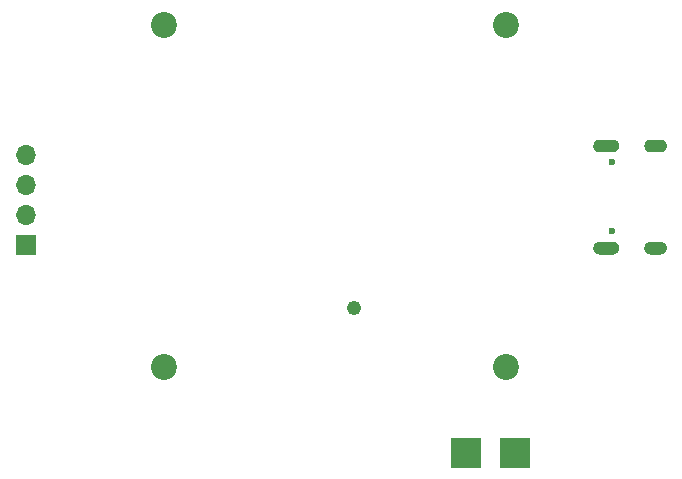
<source format=gbr>
%TF.GenerationSoftware,KiCad,Pcbnew,8.0.4*%
%TF.CreationDate,2024-11-13T00:18:53-06:00*%
%TF.ProjectId,ARES_FC,41524553-5f46-4432-9e6b-696361645f70,rev?*%
%TF.SameCoordinates,Original*%
%TF.FileFunction,Soldermask,Bot*%
%TF.FilePolarity,Negative*%
%FSLAX46Y46*%
G04 Gerber Fmt 4.6, Leading zero omitted, Abs format (unit mm)*
G04 Created by KiCad (PCBNEW 8.0.4) date 2024-11-13 00:18:53*
%MOMM*%
%LPD*%
G01*
G04 APERTURE LIST*
%ADD10C,0.010000*%
%ADD11R,2.500000X2.500000*%
%ADD12C,2.200000*%
%ADD13C,0.600000*%
%ADD14C,1.210000*%
%ADD15R,1.700000X1.700000*%
%ADD16O,1.700000X1.700000*%
G04 APERTURE END LIST*
D10*
%TO.C,J2*%
X173468500Y-94726000D02*
X173494500Y-94728000D01*
X173520500Y-94731000D01*
X173546500Y-94736000D01*
X173571500Y-94742000D01*
X173597500Y-94749000D01*
X173621500Y-94758000D01*
X173645500Y-94768000D01*
X173669500Y-94779000D01*
X173692500Y-94792000D01*
X173714500Y-94806000D01*
X173736500Y-94820000D01*
X173757500Y-94836000D01*
X173777500Y-94853000D01*
X173796500Y-94871000D01*
X173814500Y-94890000D01*
X173831500Y-94910000D01*
X173847500Y-94931000D01*
X173861500Y-94953000D01*
X173875500Y-94975000D01*
X173888500Y-94998000D01*
X173899500Y-95022000D01*
X173909500Y-95046000D01*
X173918500Y-95070000D01*
X173925500Y-95096000D01*
X173931500Y-95121000D01*
X173936500Y-95147000D01*
X173939500Y-95173000D01*
X173941500Y-95199000D01*
X173942500Y-95225000D01*
X173941500Y-95255000D01*
X173938500Y-95282000D01*
X173934500Y-95308000D01*
X173929500Y-95334000D01*
X173922500Y-95359000D01*
X173915500Y-95384000D01*
X173905500Y-95409000D01*
X173895500Y-95433000D01*
X173883500Y-95457000D01*
X173870500Y-95480000D01*
X173856500Y-95502000D01*
X173840500Y-95524000D01*
X173824500Y-95545000D01*
X173806500Y-95564000D01*
X173788500Y-95583000D01*
X173768500Y-95601000D01*
X173748500Y-95618000D01*
X173727500Y-95634000D01*
X173705500Y-95648000D01*
X173682500Y-95662000D01*
X173658500Y-95674000D01*
X173634500Y-95685000D01*
X173610500Y-95695000D01*
X173585500Y-95703000D01*
X173559500Y-95710000D01*
X173533500Y-95716000D01*
X173507500Y-95720000D01*
X173481500Y-95723000D01*
X173455500Y-95725000D01*
X173432500Y-95725000D01*
X172332500Y-95725000D01*
X172302500Y-95724000D01*
X172277500Y-95721000D01*
X172251500Y-95718000D01*
X172226500Y-95712000D01*
X172201500Y-95706000D01*
X172176500Y-95698000D01*
X172152500Y-95689000D01*
X172128500Y-95679000D01*
X172105500Y-95667000D01*
X172082500Y-95654000D01*
X172060500Y-95640000D01*
X172039500Y-95625000D01*
X172019500Y-95609000D01*
X171999500Y-95592000D01*
X171981500Y-95574000D01*
X171963500Y-95555000D01*
X171947500Y-95535000D01*
X171931500Y-95514000D01*
X171917500Y-95492000D01*
X171904500Y-95470000D01*
X171892500Y-95447000D01*
X171881500Y-95423000D01*
X171872500Y-95399000D01*
X171864500Y-95375000D01*
X171857500Y-95350000D01*
X171851500Y-95324000D01*
X171847500Y-95299000D01*
X171844500Y-95273000D01*
X171842500Y-95247000D01*
X171842500Y-95225000D01*
X171843500Y-95199000D01*
X171845500Y-95173000D01*
X171848500Y-95147000D01*
X171853500Y-95121000D01*
X171859500Y-95096000D01*
X171866500Y-95070000D01*
X171875500Y-95046000D01*
X171885500Y-95022000D01*
X171896500Y-94998000D01*
X171909500Y-94975000D01*
X171923500Y-94953000D01*
X171937500Y-94931000D01*
X171953500Y-94910000D01*
X171970500Y-94890000D01*
X171988500Y-94871000D01*
X172007500Y-94853000D01*
X172027500Y-94836000D01*
X172048500Y-94820000D01*
X172070500Y-94806000D01*
X172092500Y-94792000D01*
X172115500Y-94779000D01*
X172139500Y-94768000D01*
X172163500Y-94758000D01*
X172187500Y-94749000D01*
X172213500Y-94742000D01*
X172238500Y-94736000D01*
X172264500Y-94731000D01*
X172290500Y-94728000D01*
X172316500Y-94726000D01*
X172342500Y-94725000D01*
X173442500Y-94725000D01*
X173468500Y-94726000D01*
G36*
X173468500Y-94726000D02*
G01*
X173494500Y-94728000D01*
X173520500Y-94731000D01*
X173546500Y-94736000D01*
X173571500Y-94742000D01*
X173597500Y-94749000D01*
X173621500Y-94758000D01*
X173645500Y-94768000D01*
X173669500Y-94779000D01*
X173692500Y-94792000D01*
X173714500Y-94806000D01*
X173736500Y-94820000D01*
X173757500Y-94836000D01*
X173777500Y-94853000D01*
X173796500Y-94871000D01*
X173814500Y-94890000D01*
X173831500Y-94910000D01*
X173847500Y-94931000D01*
X173861500Y-94953000D01*
X173875500Y-94975000D01*
X173888500Y-94998000D01*
X173899500Y-95022000D01*
X173909500Y-95046000D01*
X173918500Y-95070000D01*
X173925500Y-95096000D01*
X173931500Y-95121000D01*
X173936500Y-95147000D01*
X173939500Y-95173000D01*
X173941500Y-95199000D01*
X173942500Y-95225000D01*
X173941500Y-95255000D01*
X173938500Y-95282000D01*
X173934500Y-95308000D01*
X173929500Y-95334000D01*
X173922500Y-95359000D01*
X173915500Y-95384000D01*
X173905500Y-95409000D01*
X173895500Y-95433000D01*
X173883500Y-95457000D01*
X173870500Y-95480000D01*
X173856500Y-95502000D01*
X173840500Y-95524000D01*
X173824500Y-95545000D01*
X173806500Y-95564000D01*
X173788500Y-95583000D01*
X173768500Y-95601000D01*
X173748500Y-95618000D01*
X173727500Y-95634000D01*
X173705500Y-95648000D01*
X173682500Y-95662000D01*
X173658500Y-95674000D01*
X173634500Y-95685000D01*
X173610500Y-95695000D01*
X173585500Y-95703000D01*
X173559500Y-95710000D01*
X173533500Y-95716000D01*
X173507500Y-95720000D01*
X173481500Y-95723000D01*
X173455500Y-95725000D01*
X173432500Y-95725000D01*
X172332500Y-95725000D01*
X172302500Y-95724000D01*
X172277500Y-95721000D01*
X172251500Y-95718000D01*
X172226500Y-95712000D01*
X172201500Y-95706000D01*
X172176500Y-95698000D01*
X172152500Y-95689000D01*
X172128500Y-95679000D01*
X172105500Y-95667000D01*
X172082500Y-95654000D01*
X172060500Y-95640000D01*
X172039500Y-95625000D01*
X172019500Y-95609000D01*
X171999500Y-95592000D01*
X171981500Y-95574000D01*
X171963500Y-95555000D01*
X171947500Y-95535000D01*
X171931500Y-95514000D01*
X171917500Y-95492000D01*
X171904500Y-95470000D01*
X171892500Y-95447000D01*
X171881500Y-95423000D01*
X171872500Y-95399000D01*
X171864500Y-95375000D01*
X171857500Y-95350000D01*
X171851500Y-95324000D01*
X171847500Y-95299000D01*
X171844500Y-95273000D01*
X171842500Y-95247000D01*
X171842500Y-95225000D01*
X171843500Y-95199000D01*
X171845500Y-95173000D01*
X171848500Y-95147000D01*
X171853500Y-95121000D01*
X171859500Y-95096000D01*
X171866500Y-95070000D01*
X171875500Y-95046000D01*
X171885500Y-95022000D01*
X171896500Y-94998000D01*
X171909500Y-94975000D01*
X171923500Y-94953000D01*
X171937500Y-94931000D01*
X171953500Y-94910000D01*
X171970500Y-94890000D01*
X171988500Y-94871000D01*
X172007500Y-94853000D01*
X172027500Y-94836000D01*
X172048500Y-94820000D01*
X172070500Y-94806000D01*
X172092500Y-94792000D01*
X172115500Y-94779000D01*
X172139500Y-94768000D01*
X172163500Y-94758000D01*
X172187500Y-94749000D01*
X172213500Y-94742000D01*
X172238500Y-94736000D01*
X172264500Y-94731000D01*
X172290500Y-94728000D01*
X172316500Y-94726000D01*
X172342500Y-94725000D01*
X173442500Y-94725000D01*
X173468500Y-94726000D01*
G37*
X173468500Y-103376000D02*
X173494500Y-103378000D01*
X173520500Y-103381000D01*
X173546500Y-103386000D01*
X173571500Y-103392000D01*
X173597500Y-103399000D01*
X173621500Y-103408000D01*
X173645500Y-103418000D01*
X173669500Y-103429000D01*
X173692500Y-103442000D01*
X173714500Y-103456000D01*
X173736500Y-103470000D01*
X173757500Y-103486000D01*
X173777500Y-103503000D01*
X173796500Y-103521000D01*
X173814500Y-103540000D01*
X173831500Y-103560000D01*
X173847500Y-103581000D01*
X173861500Y-103603000D01*
X173875500Y-103625000D01*
X173888500Y-103648000D01*
X173899500Y-103672000D01*
X173909500Y-103696000D01*
X173918500Y-103720000D01*
X173925500Y-103746000D01*
X173931500Y-103771000D01*
X173936500Y-103797000D01*
X173939500Y-103823000D01*
X173941500Y-103849000D01*
X173942500Y-103875000D01*
X173941500Y-103901000D01*
X173939500Y-103927000D01*
X173936500Y-103953000D01*
X173931500Y-103979000D01*
X173925500Y-104004000D01*
X173918500Y-104030000D01*
X173909500Y-104054000D01*
X173899500Y-104078000D01*
X173888500Y-104102000D01*
X173875500Y-104125000D01*
X173861500Y-104147000D01*
X173847500Y-104169000D01*
X173831500Y-104190000D01*
X173814500Y-104210000D01*
X173796500Y-104229000D01*
X173777500Y-104247000D01*
X173757500Y-104264000D01*
X173736500Y-104280000D01*
X173714500Y-104294000D01*
X173692500Y-104308000D01*
X173669500Y-104321000D01*
X173645500Y-104332000D01*
X173621500Y-104342000D01*
X173597500Y-104351000D01*
X173571500Y-104358000D01*
X173546500Y-104364000D01*
X173520500Y-104369000D01*
X173494500Y-104372000D01*
X173468500Y-104374000D01*
X173442500Y-104375000D01*
X172342500Y-104375000D01*
X172316500Y-104374000D01*
X172290500Y-104372000D01*
X172264500Y-104369000D01*
X172238500Y-104364000D01*
X172213500Y-104358000D01*
X172187500Y-104351000D01*
X172163500Y-104342000D01*
X172139500Y-104332000D01*
X172115500Y-104321000D01*
X172092500Y-104308000D01*
X172070500Y-104294000D01*
X172048500Y-104280000D01*
X172027500Y-104264000D01*
X172007500Y-104247000D01*
X171988500Y-104229000D01*
X171970500Y-104210000D01*
X171953500Y-104190000D01*
X171937500Y-104169000D01*
X171923500Y-104147000D01*
X171909500Y-104125000D01*
X171896500Y-104102000D01*
X171885500Y-104078000D01*
X171875500Y-104054000D01*
X171866500Y-104030000D01*
X171859500Y-104004000D01*
X171853500Y-103979000D01*
X171848500Y-103953000D01*
X171845500Y-103927000D01*
X171843500Y-103901000D01*
X171842500Y-103875000D01*
X171843500Y-103849000D01*
X171845500Y-103823000D01*
X171848500Y-103797000D01*
X171853500Y-103771000D01*
X171859500Y-103746000D01*
X171866500Y-103720000D01*
X171875500Y-103696000D01*
X171885500Y-103672000D01*
X171896500Y-103648000D01*
X171909500Y-103625000D01*
X171923500Y-103603000D01*
X171937500Y-103581000D01*
X171953500Y-103560000D01*
X171970500Y-103540000D01*
X171988500Y-103521000D01*
X172007500Y-103503000D01*
X172027500Y-103486000D01*
X172048500Y-103470000D01*
X172070500Y-103456000D01*
X172092500Y-103442000D01*
X172115500Y-103429000D01*
X172139500Y-103418000D01*
X172163500Y-103408000D01*
X172187500Y-103399000D01*
X172213500Y-103392000D01*
X172238500Y-103386000D01*
X172264500Y-103381000D01*
X172290500Y-103378000D01*
X172316500Y-103376000D01*
X172342500Y-103375000D01*
X173442500Y-103375000D01*
X173468500Y-103376000D01*
G36*
X173468500Y-103376000D02*
G01*
X173494500Y-103378000D01*
X173520500Y-103381000D01*
X173546500Y-103386000D01*
X173571500Y-103392000D01*
X173597500Y-103399000D01*
X173621500Y-103408000D01*
X173645500Y-103418000D01*
X173669500Y-103429000D01*
X173692500Y-103442000D01*
X173714500Y-103456000D01*
X173736500Y-103470000D01*
X173757500Y-103486000D01*
X173777500Y-103503000D01*
X173796500Y-103521000D01*
X173814500Y-103540000D01*
X173831500Y-103560000D01*
X173847500Y-103581000D01*
X173861500Y-103603000D01*
X173875500Y-103625000D01*
X173888500Y-103648000D01*
X173899500Y-103672000D01*
X173909500Y-103696000D01*
X173918500Y-103720000D01*
X173925500Y-103746000D01*
X173931500Y-103771000D01*
X173936500Y-103797000D01*
X173939500Y-103823000D01*
X173941500Y-103849000D01*
X173942500Y-103875000D01*
X173941500Y-103901000D01*
X173939500Y-103927000D01*
X173936500Y-103953000D01*
X173931500Y-103979000D01*
X173925500Y-104004000D01*
X173918500Y-104030000D01*
X173909500Y-104054000D01*
X173899500Y-104078000D01*
X173888500Y-104102000D01*
X173875500Y-104125000D01*
X173861500Y-104147000D01*
X173847500Y-104169000D01*
X173831500Y-104190000D01*
X173814500Y-104210000D01*
X173796500Y-104229000D01*
X173777500Y-104247000D01*
X173757500Y-104264000D01*
X173736500Y-104280000D01*
X173714500Y-104294000D01*
X173692500Y-104308000D01*
X173669500Y-104321000D01*
X173645500Y-104332000D01*
X173621500Y-104342000D01*
X173597500Y-104351000D01*
X173571500Y-104358000D01*
X173546500Y-104364000D01*
X173520500Y-104369000D01*
X173494500Y-104372000D01*
X173468500Y-104374000D01*
X173442500Y-104375000D01*
X172342500Y-104375000D01*
X172316500Y-104374000D01*
X172290500Y-104372000D01*
X172264500Y-104369000D01*
X172238500Y-104364000D01*
X172213500Y-104358000D01*
X172187500Y-104351000D01*
X172163500Y-104342000D01*
X172139500Y-104332000D01*
X172115500Y-104321000D01*
X172092500Y-104308000D01*
X172070500Y-104294000D01*
X172048500Y-104280000D01*
X172027500Y-104264000D01*
X172007500Y-104247000D01*
X171988500Y-104229000D01*
X171970500Y-104210000D01*
X171953500Y-104190000D01*
X171937500Y-104169000D01*
X171923500Y-104147000D01*
X171909500Y-104125000D01*
X171896500Y-104102000D01*
X171885500Y-104078000D01*
X171875500Y-104054000D01*
X171866500Y-104030000D01*
X171859500Y-104004000D01*
X171853500Y-103979000D01*
X171848500Y-103953000D01*
X171845500Y-103927000D01*
X171843500Y-103901000D01*
X171842500Y-103875000D01*
X171843500Y-103849000D01*
X171845500Y-103823000D01*
X171848500Y-103797000D01*
X171853500Y-103771000D01*
X171859500Y-103746000D01*
X171866500Y-103720000D01*
X171875500Y-103696000D01*
X171885500Y-103672000D01*
X171896500Y-103648000D01*
X171909500Y-103625000D01*
X171923500Y-103603000D01*
X171937500Y-103581000D01*
X171953500Y-103560000D01*
X171970500Y-103540000D01*
X171988500Y-103521000D01*
X172007500Y-103503000D01*
X172027500Y-103486000D01*
X172048500Y-103470000D01*
X172070500Y-103456000D01*
X172092500Y-103442000D01*
X172115500Y-103429000D01*
X172139500Y-103418000D01*
X172163500Y-103408000D01*
X172187500Y-103399000D01*
X172213500Y-103392000D01*
X172238500Y-103386000D01*
X172264500Y-103381000D01*
X172290500Y-103378000D01*
X172316500Y-103376000D01*
X172342500Y-103375000D01*
X173442500Y-103375000D01*
X173468500Y-103376000D01*
G37*
X177488500Y-94726000D02*
X177514500Y-94728000D01*
X177540500Y-94731000D01*
X177566500Y-94736000D01*
X177591500Y-94742000D01*
X177617500Y-94749000D01*
X177641500Y-94758000D01*
X177665500Y-94768000D01*
X177689500Y-94779000D01*
X177712500Y-94792000D01*
X177734500Y-94806000D01*
X177756500Y-94820000D01*
X177777500Y-94836000D01*
X177797500Y-94853000D01*
X177816500Y-94871000D01*
X177834500Y-94890000D01*
X177851500Y-94910000D01*
X177867500Y-94931000D01*
X177881500Y-94953000D01*
X177895500Y-94975000D01*
X177908500Y-94998000D01*
X177919500Y-95022000D01*
X177929500Y-95046000D01*
X177938500Y-95070000D01*
X177945500Y-95096000D01*
X177951500Y-95121000D01*
X177956500Y-95147000D01*
X177959500Y-95173000D01*
X177961500Y-95199000D01*
X177962500Y-95225000D01*
X177961500Y-95251000D01*
X177959500Y-95277000D01*
X177956500Y-95303000D01*
X177951500Y-95329000D01*
X177945500Y-95354000D01*
X177938500Y-95380000D01*
X177929500Y-95404000D01*
X177919500Y-95428000D01*
X177908500Y-95452000D01*
X177895500Y-95475000D01*
X177881500Y-95497000D01*
X177867500Y-95519000D01*
X177851500Y-95540000D01*
X177834500Y-95560000D01*
X177816500Y-95579000D01*
X177797500Y-95597000D01*
X177777500Y-95614000D01*
X177756500Y-95630000D01*
X177734500Y-95644000D01*
X177712500Y-95658000D01*
X177689500Y-95671000D01*
X177665500Y-95682000D01*
X177641500Y-95692000D01*
X177617500Y-95701000D01*
X177591500Y-95708000D01*
X177566500Y-95714000D01*
X177540500Y-95719000D01*
X177514500Y-95722000D01*
X177488500Y-95724000D01*
X177462500Y-95725000D01*
X176662500Y-95725000D01*
X176636500Y-95724000D01*
X176610500Y-95722000D01*
X176584500Y-95719000D01*
X176558500Y-95714000D01*
X176533500Y-95708000D01*
X176507500Y-95701000D01*
X176483500Y-95692000D01*
X176459500Y-95682000D01*
X176435500Y-95671000D01*
X176412500Y-95658000D01*
X176390500Y-95644000D01*
X176368500Y-95630000D01*
X176347500Y-95614000D01*
X176327500Y-95597000D01*
X176308500Y-95579000D01*
X176290500Y-95560000D01*
X176273500Y-95540000D01*
X176257500Y-95519000D01*
X176243500Y-95497000D01*
X176229500Y-95475000D01*
X176216500Y-95452000D01*
X176205500Y-95428000D01*
X176195500Y-95404000D01*
X176186500Y-95380000D01*
X176179500Y-95354000D01*
X176173500Y-95329000D01*
X176168500Y-95303000D01*
X176165500Y-95277000D01*
X176163500Y-95251000D01*
X176162500Y-95225000D01*
X176163500Y-95199000D01*
X176165500Y-95173000D01*
X176168500Y-95147000D01*
X176173500Y-95121000D01*
X176179500Y-95096000D01*
X176186500Y-95070000D01*
X176195500Y-95046000D01*
X176205500Y-95022000D01*
X176216500Y-94998000D01*
X176229500Y-94975000D01*
X176243500Y-94953000D01*
X176257500Y-94931000D01*
X176273500Y-94910000D01*
X176290500Y-94890000D01*
X176308500Y-94871000D01*
X176327500Y-94853000D01*
X176347500Y-94836000D01*
X176368500Y-94820000D01*
X176390500Y-94806000D01*
X176412500Y-94792000D01*
X176435500Y-94779000D01*
X176459500Y-94768000D01*
X176483500Y-94758000D01*
X176507500Y-94749000D01*
X176533500Y-94742000D01*
X176558500Y-94736000D01*
X176584500Y-94731000D01*
X176610500Y-94728000D01*
X176636500Y-94726000D01*
X176662500Y-94725000D01*
X177462500Y-94725000D01*
X177488500Y-94726000D01*
G36*
X177488500Y-94726000D02*
G01*
X177514500Y-94728000D01*
X177540500Y-94731000D01*
X177566500Y-94736000D01*
X177591500Y-94742000D01*
X177617500Y-94749000D01*
X177641500Y-94758000D01*
X177665500Y-94768000D01*
X177689500Y-94779000D01*
X177712500Y-94792000D01*
X177734500Y-94806000D01*
X177756500Y-94820000D01*
X177777500Y-94836000D01*
X177797500Y-94853000D01*
X177816500Y-94871000D01*
X177834500Y-94890000D01*
X177851500Y-94910000D01*
X177867500Y-94931000D01*
X177881500Y-94953000D01*
X177895500Y-94975000D01*
X177908500Y-94998000D01*
X177919500Y-95022000D01*
X177929500Y-95046000D01*
X177938500Y-95070000D01*
X177945500Y-95096000D01*
X177951500Y-95121000D01*
X177956500Y-95147000D01*
X177959500Y-95173000D01*
X177961500Y-95199000D01*
X177962500Y-95225000D01*
X177961500Y-95251000D01*
X177959500Y-95277000D01*
X177956500Y-95303000D01*
X177951500Y-95329000D01*
X177945500Y-95354000D01*
X177938500Y-95380000D01*
X177929500Y-95404000D01*
X177919500Y-95428000D01*
X177908500Y-95452000D01*
X177895500Y-95475000D01*
X177881500Y-95497000D01*
X177867500Y-95519000D01*
X177851500Y-95540000D01*
X177834500Y-95560000D01*
X177816500Y-95579000D01*
X177797500Y-95597000D01*
X177777500Y-95614000D01*
X177756500Y-95630000D01*
X177734500Y-95644000D01*
X177712500Y-95658000D01*
X177689500Y-95671000D01*
X177665500Y-95682000D01*
X177641500Y-95692000D01*
X177617500Y-95701000D01*
X177591500Y-95708000D01*
X177566500Y-95714000D01*
X177540500Y-95719000D01*
X177514500Y-95722000D01*
X177488500Y-95724000D01*
X177462500Y-95725000D01*
X176662500Y-95725000D01*
X176636500Y-95724000D01*
X176610500Y-95722000D01*
X176584500Y-95719000D01*
X176558500Y-95714000D01*
X176533500Y-95708000D01*
X176507500Y-95701000D01*
X176483500Y-95692000D01*
X176459500Y-95682000D01*
X176435500Y-95671000D01*
X176412500Y-95658000D01*
X176390500Y-95644000D01*
X176368500Y-95630000D01*
X176347500Y-95614000D01*
X176327500Y-95597000D01*
X176308500Y-95579000D01*
X176290500Y-95560000D01*
X176273500Y-95540000D01*
X176257500Y-95519000D01*
X176243500Y-95497000D01*
X176229500Y-95475000D01*
X176216500Y-95452000D01*
X176205500Y-95428000D01*
X176195500Y-95404000D01*
X176186500Y-95380000D01*
X176179500Y-95354000D01*
X176173500Y-95329000D01*
X176168500Y-95303000D01*
X176165500Y-95277000D01*
X176163500Y-95251000D01*
X176162500Y-95225000D01*
X176163500Y-95199000D01*
X176165500Y-95173000D01*
X176168500Y-95147000D01*
X176173500Y-95121000D01*
X176179500Y-95096000D01*
X176186500Y-95070000D01*
X176195500Y-95046000D01*
X176205500Y-95022000D01*
X176216500Y-94998000D01*
X176229500Y-94975000D01*
X176243500Y-94953000D01*
X176257500Y-94931000D01*
X176273500Y-94910000D01*
X176290500Y-94890000D01*
X176308500Y-94871000D01*
X176327500Y-94853000D01*
X176347500Y-94836000D01*
X176368500Y-94820000D01*
X176390500Y-94806000D01*
X176412500Y-94792000D01*
X176435500Y-94779000D01*
X176459500Y-94768000D01*
X176483500Y-94758000D01*
X176507500Y-94749000D01*
X176533500Y-94742000D01*
X176558500Y-94736000D01*
X176584500Y-94731000D01*
X176610500Y-94728000D01*
X176636500Y-94726000D01*
X176662500Y-94725000D01*
X177462500Y-94725000D01*
X177488500Y-94726000D01*
G37*
X177488500Y-103376000D02*
X177514500Y-103378000D01*
X177540500Y-103381000D01*
X177566500Y-103386000D01*
X177591500Y-103392000D01*
X177617500Y-103399000D01*
X177641500Y-103408000D01*
X177665500Y-103418000D01*
X177689500Y-103429000D01*
X177712500Y-103442000D01*
X177734500Y-103456000D01*
X177756500Y-103470000D01*
X177777500Y-103486000D01*
X177797500Y-103503000D01*
X177816500Y-103521000D01*
X177834500Y-103540000D01*
X177851500Y-103560000D01*
X177867500Y-103581000D01*
X177881500Y-103603000D01*
X177895500Y-103625000D01*
X177908500Y-103648000D01*
X177919500Y-103672000D01*
X177929500Y-103696000D01*
X177938500Y-103720000D01*
X177945500Y-103746000D01*
X177951500Y-103771000D01*
X177956500Y-103797000D01*
X177959500Y-103823000D01*
X177961500Y-103849000D01*
X177962500Y-103875000D01*
X177961500Y-103901000D01*
X177959500Y-103927000D01*
X177956500Y-103953000D01*
X177951500Y-103979000D01*
X177945500Y-104004000D01*
X177938500Y-104030000D01*
X177929500Y-104054000D01*
X177919500Y-104078000D01*
X177908500Y-104102000D01*
X177895500Y-104125000D01*
X177881500Y-104147000D01*
X177867500Y-104169000D01*
X177851500Y-104190000D01*
X177834500Y-104210000D01*
X177816500Y-104229000D01*
X177797500Y-104247000D01*
X177777500Y-104264000D01*
X177756500Y-104280000D01*
X177734500Y-104294000D01*
X177712500Y-104308000D01*
X177689500Y-104321000D01*
X177665500Y-104332000D01*
X177641500Y-104342000D01*
X177617500Y-104351000D01*
X177591500Y-104358000D01*
X177566500Y-104364000D01*
X177540500Y-104369000D01*
X177514500Y-104372000D01*
X177488500Y-104374000D01*
X177462500Y-104375000D01*
X176662500Y-104375000D01*
X176636500Y-104374000D01*
X176610500Y-104372000D01*
X176584500Y-104369000D01*
X176558500Y-104364000D01*
X176533500Y-104358000D01*
X176507500Y-104351000D01*
X176483500Y-104342000D01*
X176459500Y-104332000D01*
X176435500Y-104321000D01*
X176412500Y-104308000D01*
X176390500Y-104294000D01*
X176368500Y-104280000D01*
X176347500Y-104264000D01*
X176327500Y-104247000D01*
X176308500Y-104229000D01*
X176290500Y-104210000D01*
X176273500Y-104190000D01*
X176257500Y-104169000D01*
X176243500Y-104147000D01*
X176229500Y-104125000D01*
X176216500Y-104102000D01*
X176205500Y-104078000D01*
X176195500Y-104054000D01*
X176186500Y-104030000D01*
X176179500Y-104004000D01*
X176173500Y-103979000D01*
X176168500Y-103953000D01*
X176165500Y-103927000D01*
X176163500Y-103901000D01*
X176162500Y-103875000D01*
X176163500Y-103849000D01*
X176165500Y-103823000D01*
X176168500Y-103797000D01*
X176173500Y-103771000D01*
X176179500Y-103746000D01*
X176186500Y-103720000D01*
X176195500Y-103696000D01*
X176205500Y-103672000D01*
X176216500Y-103648000D01*
X176229500Y-103625000D01*
X176243500Y-103603000D01*
X176257500Y-103581000D01*
X176273500Y-103560000D01*
X176290500Y-103540000D01*
X176308500Y-103521000D01*
X176327500Y-103503000D01*
X176347500Y-103486000D01*
X176368500Y-103470000D01*
X176390500Y-103456000D01*
X176412500Y-103442000D01*
X176435500Y-103429000D01*
X176459500Y-103418000D01*
X176483500Y-103408000D01*
X176507500Y-103399000D01*
X176533500Y-103392000D01*
X176558500Y-103386000D01*
X176584500Y-103381000D01*
X176610500Y-103378000D01*
X176636500Y-103376000D01*
X176662500Y-103375000D01*
X177462500Y-103375000D01*
X177488500Y-103376000D01*
G36*
X177488500Y-103376000D02*
G01*
X177514500Y-103378000D01*
X177540500Y-103381000D01*
X177566500Y-103386000D01*
X177591500Y-103392000D01*
X177617500Y-103399000D01*
X177641500Y-103408000D01*
X177665500Y-103418000D01*
X177689500Y-103429000D01*
X177712500Y-103442000D01*
X177734500Y-103456000D01*
X177756500Y-103470000D01*
X177777500Y-103486000D01*
X177797500Y-103503000D01*
X177816500Y-103521000D01*
X177834500Y-103540000D01*
X177851500Y-103560000D01*
X177867500Y-103581000D01*
X177881500Y-103603000D01*
X177895500Y-103625000D01*
X177908500Y-103648000D01*
X177919500Y-103672000D01*
X177929500Y-103696000D01*
X177938500Y-103720000D01*
X177945500Y-103746000D01*
X177951500Y-103771000D01*
X177956500Y-103797000D01*
X177959500Y-103823000D01*
X177961500Y-103849000D01*
X177962500Y-103875000D01*
X177961500Y-103901000D01*
X177959500Y-103927000D01*
X177956500Y-103953000D01*
X177951500Y-103979000D01*
X177945500Y-104004000D01*
X177938500Y-104030000D01*
X177929500Y-104054000D01*
X177919500Y-104078000D01*
X177908500Y-104102000D01*
X177895500Y-104125000D01*
X177881500Y-104147000D01*
X177867500Y-104169000D01*
X177851500Y-104190000D01*
X177834500Y-104210000D01*
X177816500Y-104229000D01*
X177797500Y-104247000D01*
X177777500Y-104264000D01*
X177756500Y-104280000D01*
X177734500Y-104294000D01*
X177712500Y-104308000D01*
X177689500Y-104321000D01*
X177665500Y-104332000D01*
X177641500Y-104342000D01*
X177617500Y-104351000D01*
X177591500Y-104358000D01*
X177566500Y-104364000D01*
X177540500Y-104369000D01*
X177514500Y-104372000D01*
X177488500Y-104374000D01*
X177462500Y-104375000D01*
X176662500Y-104375000D01*
X176636500Y-104374000D01*
X176610500Y-104372000D01*
X176584500Y-104369000D01*
X176558500Y-104364000D01*
X176533500Y-104358000D01*
X176507500Y-104351000D01*
X176483500Y-104342000D01*
X176459500Y-104332000D01*
X176435500Y-104321000D01*
X176412500Y-104308000D01*
X176390500Y-104294000D01*
X176368500Y-104280000D01*
X176347500Y-104264000D01*
X176327500Y-104247000D01*
X176308500Y-104229000D01*
X176290500Y-104210000D01*
X176273500Y-104190000D01*
X176257500Y-104169000D01*
X176243500Y-104147000D01*
X176229500Y-104125000D01*
X176216500Y-104102000D01*
X176205500Y-104078000D01*
X176195500Y-104054000D01*
X176186500Y-104030000D01*
X176179500Y-104004000D01*
X176173500Y-103979000D01*
X176168500Y-103953000D01*
X176165500Y-103927000D01*
X176163500Y-103901000D01*
X176162500Y-103875000D01*
X176163500Y-103849000D01*
X176165500Y-103823000D01*
X176168500Y-103797000D01*
X176173500Y-103771000D01*
X176179500Y-103746000D01*
X176186500Y-103720000D01*
X176195500Y-103696000D01*
X176205500Y-103672000D01*
X176216500Y-103648000D01*
X176229500Y-103625000D01*
X176243500Y-103603000D01*
X176257500Y-103581000D01*
X176273500Y-103560000D01*
X176290500Y-103540000D01*
X176308500Y-103521000D01*
X176327500Y-103503000D01*
X176347500Y-103486000D01*
X176368500Y-103470000D01*
X176390500Y-103456000D01*
X176412500Y-103442000D01*
X176435500Y-103429000D01*
X176459500Y-103418000D01*
X176483500Y-103408000D01*
X176507500Y-103399000D01*
X176533500Y-103392000D01*
X176558500Y-103386000D01*
X176584500Y-103381000D01*
X176610500Y-103378000D01*
X176636500Y-103376000D01*
X176662500Y-103375000D01*
X177462500Y-103375000D01*
X177488500Y-103376000D01*
G37*
%TD*%
D11*
%TO.C,J5*%
X165214000Y-121250000D03*
%TD*%
D12*
%TO.C,H1*%
X135477740Y-84998800D03*
%TD*%
D11*
%TO.C,J4*%
X161058000Y-121250000D03*
%TD*%
D13*
%TO.C,J2*%
X173382500Y-102440000D03*
X173382500Y-96660000D03*
%TD*%
D12*
%TO.C,H3*%
X135477740Y-113998800D03*
%TD*%
D14*
%TO.C,U6*%
X151550000Y-108950000D03*
%TD*%
D12*
%TO.C,H4*%
X164477740Y-113998800D03*
%TD*%
%TO.C,H2*%
X164427740Y-85048800D03*
%TD*%
D15*
%TO.C,J1*%
X123827740Y-103688800D03*
D16*
X123827740Y-101148800D03*
X123827740Y-98608800D03*
X123827740Y-96068800D03*
%TD*%
M02*

</source>
